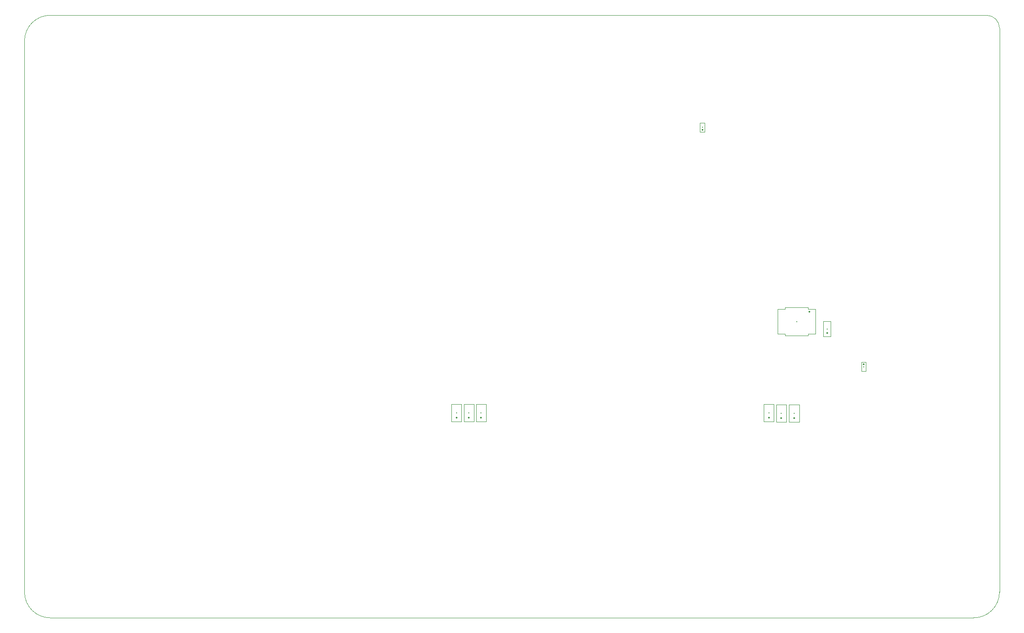
<source format=gbr>
%TF.GenerationSoftware,KiCad,Pcbnew,9.0.3*%
%TF.CreationDate,2025-09-16T13:25:55-04:00*%
%TF.ProjectId,CAEN_NEVIS_DAQ_3p3V,4341454e-5f4e-4455-9649-535f4441515f,rev?*%
%TF.SameCoordinates,Original*%
%TF.FileFunction,Component,L8,Bot*%
%TF.FilePolarity,Positive*%
%FSLAX46Y46*%
G04 Gerber Fmt 4.6, Leading zero omitted, Abs format (unit mm)*
G04 Created by KiCad (PCBNEW 9.0.3) date 2025-09-16 13:25:55*
%MOMM*%
%LPD*%
G01*
G04 APERTURE LIST*
%TA.AperFunction,ComponentMain*%
%ADD10C,0.300000*%
%TD*%
%TA.AperFunction,ComponentOutline,Courtyard*%
%ADD11C,0.100000*%
%TD*%
%TA.AperFunction,ComponentPin*%
%ADD12P,0.360000X4X0.000000*%
%TD*%
%TA.AperFunction,ComponentPin*%
%ADD13C,0.100000*%
%TD*%
%TA.AperFunction,Profile*%
%ADD14C,0.050000*%
%TD*%
G04 APERTURE END LIST*
D10*
%TO.C,C10*%
%TO.CFtp,C_0805_2012Metric*%
%TO.CVal,1uF*%
%TO.CLbN,Capacitor_SMD*%
%TO.CMnt,SMD*%
%TO.CRot,-90*%
X197495000Y-100115000D03*
D11*
X198470000Y-98420000D02*
X198470000Y-101810000D01*
X196520000Y-101810000D01*
X196520000Y-98420000D01*
X198470000Y-98420000D01*
D12*
%TO.P,C10,1*%
X197495000Y-101065000D03*
D13*
%TO.P,C10,2*%
X197495000Y-99165000D03*
%TD*%
D10*
%TO.C,C9*%
%TO.CFtp,C_0805_2012Metric*%
%TO.CVal,0.01uF*%
%TO.CLbN,Capacitor_SMD*%
%TO.CMnt,SMD*%
%TO.CRot,-90*%
X192545000Y-100055000D03*
D11*
X193520000Y-98360000D02*
X193520000Y-101750000D01*
X191570000Y-101750000D01*
X191570000Y-98360000D01*
X193520000Y-98360000D01*
D12*
%TO.P,C9,1*%
X192545000Y-101005000D03*
D13*
%TO.P,C9,2*%
X192545000Y-99105000D03*
%TD*%
D10*
%TO.C,C6*%
%TO.CFtp,C_0805_2012Metric*%
%TO.CVal,0.1uF*%
%TO.CLbN,Capacitor_SMD*%
%TO.CMnt,SMD*%
%TO.CRot,-90*%
X134080000Y-100025000D03*
D11*
X135055000Y-98330000D02*
X135055000Y-101720000D01*
X133105000Y-101720000D01*
X133105000Y-98330000D01*
X135055000Y-98330000D01*
D12*
%TO.P,C6,1*%
X134080000Y-100975000D03*
D13*
%TO.P,C6,2*%
X134080000Y-99075000D03*
%TD*%
D10*
%TO.C,C4*%
%TO.CFtp,C_0805_2012Metric*%
%TO.CVal,1uF*%
%TO.CLbN,Capacitor_SMD*%
%TO.CMnt,SMD*%
%TO.CRot,-90*%
X131670000Y-100025000D03*
D11*
X132645000Y-98330000D02*
X132645000Y-101720000D01*
X130695000Y-101720000D01*
X130695000Y-98330000D01*
X132645000Y-98330000D01*
D12*
%TO.P,C4,1*%
X131670000Y-100975000D03*
D13*
%TO.P,C4,2*%
X131670000Y-99075000D03*
%TD*%
D10*
%TO.C,R24*%
%TO.CFtp,R_0603_1608Metric*%
%TO.CVal,9.09k*%
%TO.CLbN,Resistor_SMD*%
%TO.CMnt,SMD*%
%TO.CRot,-90*%
X203895000Y-83675000D03*
D11*
X204620000Y-82200000D02*
X204620000Y-85150000D01*
X203170000Y-85150000D01*
X203170000Y-82200000D01*
X204620000Y-82200000D01*
D12*
%TO.P,R24,1*%
X203895000Y-84500000D03*
D13*
%TO.P,R24,2*%
X203895000Y-82850000D03*
%TD*%
D10*
%TO.C,C7*%
%TO.CFtp,C_0805_2012Metric*%
%TO.CVal,0.01uF*%
%TO.CLbN,Capacitor_SMD*%
%TO.CMnt,SMD*%
%TO.CRot,-90*%
X136480000Y-100035000D03*
D11*
X137455000Y-98340000D02*
X137455000Y-101730000D01*
X135505000Y-101730000D01*
X135505000Y-98340000D01*
X137455000Y-98340000D01*
D12*
%TO.P,C7,1*%
X136480000Y-100985000D03*
D13*
%TO.P,C7,2*%
X136480000Y-99085000D03*
%TD*%
D10*
%TO.C,U5*%
%TO.CFtp,R_8_ADI*%
%TO.CVal,AD590JRZ*%
%TO.CLbN,Analog_Devices*%
%TO.CMnt,SMD*%
%TO.CRot,0*%
X197960000Y-82220000D03*
D11*
X200202900Y-79469100D02*
X200202900Y-79786600D01*
X201663400Y-79786600D01*
X201663400Y-84653400D01*
X200202900Y-84653400D01*
X200202900Y-84970900D01*
X195717100Y-84970900D01*
X195717100Y-84653400D01*
X194256600Y-84653400D01*
X194256600Y-79786600D01*
X195717100Y-79786600D01*
X195717100Y-79469100D01*
X200202900Y-79469100D01*
D12*
%TO.P,U5,1,NC*%
X200423800Y-80315000D03*
D13*
%TO.P,U5,2,V+*%
X200423800Y-81585000D03*
%TO.P,U5,3,V-*%
X200423800Y-82855000D03*
%TO.P,U5,4,NC*%
X200423800Y-84125000D03*
%TO.P,U5,5,NC*%
X195496200Y-84125000D03*
%TO.P,U5,6,NC*%
X195496200Y-82855000D03*
%TO.P,U5,7,NC*%
X195496200Y-81585000D03*
%TO.P,U5,8,NC*%
X195496200Y-80315000D03*
%TD*%
D10*
%TO.C,C8*%
%TO.CFtp,C_0805_2012Metric*%
%TO.CVal,0.1uF*%
%TO.CLbN,Capacitor_SMD*%
%TO.CMnt,SMD*%
%TO.CRot,-90*%
X194965000Y-100115000D03*
D11*
X195940000Y-98420000D02*
X195940000Y-101810000D01*
X193990000Y-101810000D01*
X193990000Y-98420000D01*
X195940000Y-98420000D01*
D12*
%TO.P,C8,1*%
X194965000Y-101065000D03*
D13*
%TO.P,C8,2*%
X194965000Y-99165000D03*
%TD*%
D10*
%TO.C,C17*%
%TO.CFtp,C_0402_1005Metric*%
%TO.CVal,0.1uF*%
%TO.CLbN,Capacitor_SMD*%
%TO.CMnt,SMD*%
%TO.CRot,-90*%
X179600000Y-44370000D03*
D11*
X180055000Y-43465000D02*
X180055000Y-45275000D01*
X179145000Y-45275000D01*
X179145000Y-43465000D01*
X180055000Y-43465000D01*
D12*
%TO.P,C17,1*%
X179600000Y-44850000D03*
D13*
%TO.P,C17,2*%
X179600000Y-43890000D03*
%TD*%
D10*
%TO.C,C12*%
%TO.CFtp,C_0402_1005Metric*%
%TO.CVal,0.1uF*%
%TO.CLbN,Capacitor_SMD*%
%TO.CMnt,SMD*%
%TO.CRot,90*%
X211032500Y-91037500D03*
D11*
X211487500Y-90132500D02*
X211487500Y-91942500D01*
X210577500Y-91942500D01*
X210577500Y-90132500D01*
X211487500Y-90132500D01*
D12*
%TO.P,C12,1*%
X211032500Y-90557500D03*
D13*
%TO.P,C12,2*%
X211032500Y-91517500D03*
%TD*%
D14*
X47500000Y-135000000D02*
X47500000Y-27500000D01*
X235000000Y-22500000D02*
G75*
G02*
X237500000Y-25000000I0J-2500000D01*
G01*
X52500000Y-22500000D02*
X235000000Y-22500000D01*
X237500000Y-135000000D02*
G75*
G02*
X232500000Y-140000000I-5000000J0D01*
G01*
X232500000Y-140000000D02*
X52500000Y-140000000D01*
X47500000Y-27500000D02*
G75*
G02*
X52500000Y-22500000I5000000J0D01*
G01*
X52500000Y-140000000D02*
G75*
G02*
X47500000Y-135000000I0J5000000D01*
G01*
X237500000Y-25000000D02*
X237500000Y-135000000D01*
M02*

</source>
